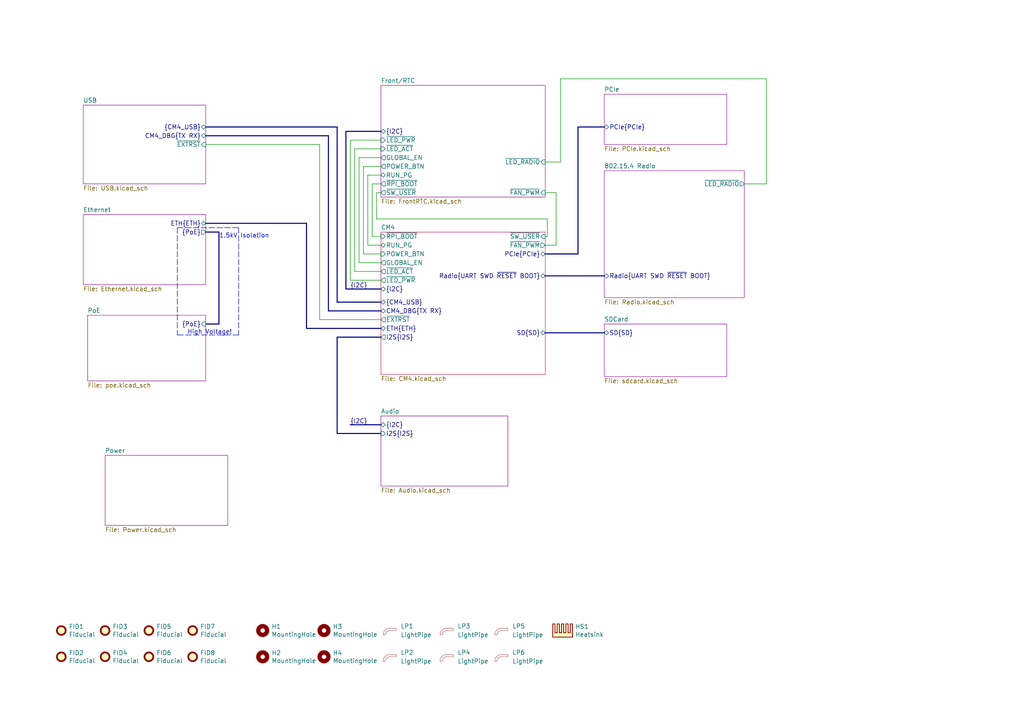
<source format=kicad_sch>
(kicad_sch (version 20210123) (generator eeschema)
  (paper "A4")
  (title_block (title "Overview") (date "2021-01-12") (rev "0.1") (company "Nabu Casa") (comment 1 "www.nabucasa.com") (comment 2 "Light Blue"))
  (lib_symbols
    (symbol "LightBlue:LightPipe" (pin_names (offset 1.016))
      (property "Reference" "LP" (at 0 4.445 0))
      (property "Value" "LightPipe" (at 0 2.54 0))
      (symbol "LightPipe_0_1"
        (arc (start 0 0) (end -1.27 -1.27) (radius (at 0 -1.27) (length 1.27) (angles 90 180)) (stroke (width 0.0006)))
        (arc (start 0 0.635) (end -1.905 -1.27) (radius (at 0 -1.27) (length 1.905) (angles 90 180)) (stroke (width 0.0006)))
        (polyline (pts (xy 0 0.635) (xy 1.905 0.635) (xy 1.905 0) (xy 0 0)) (stroke (width 0.0006)))
        (polyline (pts (xy -1.905 -1.27) (xy -1.27 -1.27)) (stroke (width 0.0006)))
      )
    )
    (symbol "Mechanical:Fiducial"
      (property "Reference" "FID" (at 0 5.08 0))
      (property "Value" "Fiducial" (at 0 3.175 0))
      (symbol "Fiducial_0_1"
        (circle (center 0 0) (radius 1.27) (stroke (width 0.508)) (fill (type background)))
      )
    )
    (symbol "Mechanical:Heatsink" (pin_names (offset 1.016))
      (property "Reference" "HS" (at 0 5.08 0))
      (property "Value" "Heatsink" (at 0 -1.27 0))
      (symbol "Heatsink_0_1"
        (polyline (pts (xy -0.3302 1.27) (xy -0.9652 1.27) (xy -0.9652 3.81) (xy -1.6002 3.81) (xy -1.6002 1.27) (xy -2.2352 1.27) (xy -2.2352 3.81) (xy -2.8702 3.81) (xy -2.8702 0) (xy -0.9652 0)) (stroke (width 0.254)) (fill (type background)))
        (polyline (pts (xy -0.3302 1.27) (xy -0.3302 3.81) (xy 0.3048 3.81) (xy 0.3048 1.27) (xy 0.9398 1.27) (xy 0.9398 3.81) (xy 1.5748 3.81) (xy 1.5748 1.27) (xy 2.2098 1.27) (xy 2.2098 3.81) (xy 2.8448 3.81) (xy 2.8448 0) (xy -0.9652 0)) (stroke (width 0.254)) (fill (type background)))
      )
    )
    (symbol "Mechanical:MountingHole" (pin_names (offset 1.016))
      (property "Reference" "H" (at 0 5.08 0))
      (property "Value" "MountingHole" (at 0 3.175 0))
      (symbol "MountingHole_0_1"
        (circle (center 0 0) (radius 1.27) (stroke (width 1.27)))
      )
    )
  )
  (wire (pts (xy 92.71 41.91) (xy 59.69 41.91)))
  (wire (pts (xy 92.71 92.71) (xy 92.71 41.91)))
  (wire (pts (xy 101.6 40.64) (xy 110.49 40.64)))
  (wire (pts (xy 101.6 81.28) (xy 101.6 40.64)))
  (wire (pts (xy 102.87 43.18) (xy 110.49 43.18)))
  (wire (pts (xy 102.87 78.74) (xy 102.87 43.18)))
  (wire (pts (xy 104.14 45.72) (xy 110.49 45.72)))
  (wire (pts (xy 104.14 76.2) (xy 104.14 45.72)))
  (wire (pts (xy 105.41 48.26) (xy 110.49 48.26)))
  (wire (pts (xy 105.41 73.66) (xy 105.41 48.26)))
  (wire (pts (xy 106.68 50.8) (xy 110.49 50.8)))
  (wire (pts (xy 106.68 71.12) (xy 106.68 50.8)))
  (wire (pts (xy 107.95 53.34) (xy 107.95 68.58)))
  (wire (pts (xy 107.95 53.34) (xy 110.49 53.34)))
  (wire (pts (xy 107.95 68.58) (xy 110.49 68.58)))
  (wire (pts (xy 109.22 55.88) (xy 109.22 63.5)))
  (wire (pts (xy 109.22 63.5) (xy 158.75 63.5)))
  (wire (pts (xy 110.49 55.88) (xy 109.22 55.88)))
  (wire (pts (xy 110.49 71.12) (xy 106.68 71.12)))
  (wire (pts (xy 110.49 73.66) (xy 105.41 73.66)))
  (wire (pts (xy 110.49 76.2) (xy 104.14 76.2)))
  (wire (pts (xy 110.49 78.74) (xy 102.87 78.74)))
  (wire (pts (xy 110.49 81.28) (xy 101.6 81.28)))
  (wire (pts (xy 110.49 92.71) (xy 92.71 92.71)))
  (wire (pts (xy 158.115 46.99) (xy 162.56 46.99)))
  (wire (pts (xy 158.115 71.12) (xy 161.29 71.12)))
  (wire (pts (xy 158.75 63.5) (xy 158.75 68.58)))
  (wire (pts (xy 158.75 68.58) (xy 158.115 68.58)))
  (wire (pts (xy 161.29 55.88) (xy 158.115 55.88)))
  (wire (pts (xy 161.29 71.12) (xy 161.29 55.88)))
  (wire (pts (xy 162.56 22.86) (xy 222.25 22.86)))
  (wire (pts (xy 162.56 46.99) (xy 162.56 22.86)))
  (wire (pts (xy 215.9 53.34) (xy 222.25 53.34)))
  (wire (pts (xy 222.25 22.86) (xy 222.25 53.34)))
  (bus (pts (xy 59.69 64.77) (xy 88.9 64.77)))
  (bus (pts (xy 59.69 67.31) (xy 63.5 67.31)))
  (bus (pts (xy 59.69 93.98) (xy 63.5 93.98)))
  (bus (pts (xy 63.5 67.31) (xy 63.5 93.98)))
  (bus (pts (xy 88.9 64.77) (xy 88.9 95.25)))
  (bus (pts (xy 95.25 39.37) (xy 59.69 39.37)))
  (bus (pts (xy 95.25 90.17) (xy 95.25 39.37)))
  (bus (pts (xy 97.79 36.83) (xy 59.69 36.83)))
  (bus (pts (xy 97.79 87.63) (xy 97.79 36.83)))
  (bus (pts (xy 97.79 97.79) (xy 97.79 125.73)))
  (bus (pts (xy 97.79 125.73) (xy 110.49 125.73)))
  (bus (pts (xy 100.33 38.1) (xy 100.33 83.82)))
  (bus (pts (xy 100.33 38.1) (xy 110.49 38.1)))
  (bus (pts (xy 100.33 83.82) (xy 110.49 83.82)))
  (bus (pts (xy 101.6 123.19) (xy 110.49 123.19)))
  (bus (pts (xy 110.49 87.63) (xy 97.79 87.63)))
  (bus (pts (xy 110.49 90.17) (xy 95.25 90.17)))
  (bus (pts (xy 110.49 95.25) (xy 88.9 95.25)))
  (bus (pts (xy 110.49 97.79) (xy 97.79 97.79)))
  (bus (pts (xy 158.115 73.66) (xy 167.64 73.66)))
  (bus (pts (xy 158.115 80.01) (xy 175.26 80.01)))
  (bus (pts (xy 158.115 96.52) (xy 175.26 96.52)))
  (bus (pts (xy 167.64 36.83) (xy 175.26 36.83)))
  (bus (pts (xy 167.64 73.66) (xy 167.64 36.83)))
  (polyline (pts (xy 51.435 66.04) (xy 51.435 97.155)) (stroke (width 0) (type dash)))
  (polyline (pts (xy 51.435 66.04) (xy 69.215 66.04)) (stroke (width 0) (type dash)))
  (polyline (pts (xy 69.215 66.04) (xy 69.215 97.155)) (stroke (width 0) (type dash)))
  (polyline (pts (xy 69.215 97.155) (xy 51.435 97.155)) (stroke (width 0) (type dash)))
  (text "High Voltage!" (at 67.31 97.155 180) (effects (font (size 1.27 1.27)) (justify right bottom)))
  (text "1.5kV Isolation" (at 78.105 69.215 180) (effects (font (size 1.27 1.27)) (justify right bottom)))
  (label "{I2C}" (at 101.6 83.82 0))
  (label "{I2C}" (at 101.6 123.19 0))
  (symbol (lib_id "LightBlue:LightPipe") (at 113.03 182.88 0) (unit 1)
    (property "Reference" "LP1" (at 116.205 181.61 0) (effects (justify left)))
    (property "Value" "LightPipe" (at 116.205 184.15 0) (effects (justify left)))
    (property "Footprint" "LightBlue:Lightpipe_Bivar-SLP3-150-100-F" (effects hide))
  )
  (symbol (lib_id "LightBlue:LightPipe") (at 113.03 190.5 0) (unit 1)
    (property "Reference" "LP2" (at 116.205 189.23 0) (effects (justify left)))
    (property "Value" "LightPipe" (at 116.205 191.77 0) (effects (justify left)))
    (property "Footprint" "LightBlue:Lightpipe_Bivar-SLP3-150-100-F" (effects hide))
  )
  (symbol (lib_id "LightBlue:LightPipe") (at 129.54 182.88 0) (unit 1)
    (property "Reference" "LP3" (at 132.715 181.61 0) (effects (justify left)))
    (property "Value" "LightPipe" (at 132.715 184.15 0) (effects (justify left)))
    (property "Footprint" "LightBlue:Lightpipe_Bivar-SLP3-150-100-F" (effects hide))
  )
  (symbol (lib_id "LightBlue:LightPipe") (at 129.54 190.5 0) (unit 1)
    (property "Reference" "LP4" (at 132.715 189.23 0) (effects (justify left)))
    (property "Value" "LightPipe" (at 132.715 191.77 0) (effects (justify left)))
    (property "Footprint" "LightBlue:Lightpipe_Bivar-SLP3-150-100-F" (effects hide))
  )
  (symbol (lib_id "LightBlue:LightPipe") (at 145.415 182.88 0) (unit 1)
    (property "Reference" "LP5" (at 148.59 181.61 0) (effects (justify left)))
    (property "Value" "LightPipe" (at 148.59 184.15 0) (effects (justify left)))
    (property "Footprint" "LightBlue:Lightpipe_Bivar-SLP3-150-100-F" (effects hide))
  )
  (symbol (lib_id "LightBlue:LightPipe") (at 145.415 190.5 0) (unit 1)
    (property "Reference" "LP6" (at 148.59 189.23 0) (effects (justify left)))
    (property "Value" "LightPipe" (at 148.59 191.77 0) (effects (justify left)))
    (property "Footprint" "LightBlue:Lightpipe_Bivar-SLP3-150-100-F" (effects hide))
  )
  (symbol (lib_id "Mechanical:Fiducial") (at 17.78 182.88 0) (unit 1) (in_bom no)
    (property "Reference" "FID1" (at 19.9391 181.7306 0) (effects (justify left)))
    (property "Value" "Fiducial" (at 19.9391 184.0293 0) (effects (justify left)))
    (property "Footprint" "Fiducial:Fiducial_1mm_Mask2mm" (effects hide))
  )
  (symbol (lib_id "Mechanical:Fiducial") (at 17.78 190.5 0) (unit 1) (in_bom no)
    (property "Reference" "FID2" (at 19.9391 189.3506 0) (effects (justify left)))
    (property "Value" "Fiducial" (at 19.9391 191.6493 0) (effects (justify left)))
    (property "Footprint" "Fiducial:Fiducial_1mm_Mask2mm" (effects hide))
  )
  (symbol (lib_id "Mechanical:Fiducial") (at 30.48 182.88 0) (unit 1) (in_bom no)
    (property "Reference" "FID3" (at 32.6391 181.7306 0) (effects (justify left)))
    (property "Value" "Fiducial" (at 32.6391 184.0293 0) (effects (justify left)))
    (property "Footprint" "Fiducial:Fiducial_1mm_Mask2mm" (effects hide))
  )
  (symbol (lib_id "Mechanical:Fiducial") (at 30.48 190.5 0) (unit 1) (in_bom no)
    (property "Reference" "FID4" (at 32.6391 189.3506 0) (effects (justify left)))
    (property "Value" "Fiducial" (at 32.6391 191.6493 0) (effects (justify left)))
    (property "Footprint" "Fiducial:Fiducial_1mm_Mask2mm" (effects hide))
  )
  (symbol (lib_id "Mechanical:Fiducial") (at 43.18 182.88 0) (unit 1) (in_bom no)
    (property "Reference" "FID5" (at 45.3391 181.7306 0) (effects (justify left)))
    (property "Value" "Fiducial" (at 45.3391 184.0293 0) (effects (justify left)))
    (property "Footprint" "Fiducial:Fiducial_1mm_Mask2mm" (effects hide))
  )
  (symbol (lib_id "Mechanical:Fiducial") (at 43.18 190.5 0) (unit 1) (in_bom no)
    (property "Reference" "FID6" (at 45.3391 189.3506 0) (effects (justify left)))
    (property "Value" "Fiducial" (at 45.3391 191.6493 0) (effects (justify left)))
    (property "Footprint" "Fiducial:Fiducial_1mm_Mask2mm" (effects hide))
  )
  (symbol (lib_id "Mechanical:Fiducial") (at 55.88 182.88 0) (unit 1) (in_bom no)
    (property "Reference" "FID7" (at 58.0391 181.7306 0) (effects (justify left)))
    (property "Value" "Fiducial" (at 58.0391 184.0293 0) (effects (justify left)))
    (property "Footprint" "Fiducial:Fiducial_1mm_Mask2mm" (effects hide))
  )
  (symbol (lib_id "Mechanical:Fiducial") (at 55.88 190.5 0) (unit 1) (in_bom no)
    (property "Reference" "FID8" (at 58.0391 189.3506 0) (effects (justify left)))
    (property "Value" "Fiducial" (at 58.0391 191.6493 0) (effects (justify left)))
    (property "Footprint" "Fiducial:Fiducial_1mm_Mask2mm" (effects hide))
  )
  (symbol (lib_id "Mechanical:MountingHole") (at 76.2 182.88 0) (unit 1) (in_bom no)
    (property "Reference" "H1" (at 78.7401 181.7306 0) (effects (justify left)))
    (property "Value" "MountingHole" (at 78.7401 184.0293 0) (effects (justify left)))
    (property "Footprint" "MountingHole:MountingHole_2.7mm_M2.5" (effects hide))
  )
  (symbol (lib_id "Mechanical:MountingHole") (at 76.2 190.5 0) (unit 1) (in_bom no)
    (property "Reference" "H2" (at 78.7401 189.3506 0) (effects (justify left)))
    (property "Value" "MountingHole" (at 78.7401 191.6493 0) (effects (justify left)))
    (property "Footprint" "MountingHole:MountingHole_2.7mm_M2.5" (effects hide))
  )
  (symbol (lib_id "Mechanical:MountingHole") (at 93.98 182.88 0) (unit 1) (in_bom no)
    (property "Reference" "H3" (at 96.5201 181.7306 0) (effects (justify left)))
    (property "Value" "MountingHole" (at 96.5201 184.0293 0) (effects (justify left)))
    (property "Footprint" "MountingHole:MountingHole_2.7mm_M2.5" (effects hide))
  )
  (symbol (lib_id "Mechanical:MountingHole") (at 93.98 190.5 0) (unit 1) (in_bom no)
    (property "Reference" "H4" (at 96.5201 189.3506 0) (effects (justify left)))
    (property "Value" "MountingHole" (at 96.5201 191.6493 0) (effects (justify left)))
    (property "Footprint" "MountingHole:MountingHole_2.7mm_M2.5" (effects hide))
  )
  (symbol (lib_id "Mechanical:Heatsink") (at 163.195 184.785 0) (unit 1)
    (property "Reference" "HS1" (at 166.8019 181.7306 0) (effects (justify left)))
    (property "Value" "Heatsink" (at 166.8019 184.0293 0) (effects (justify left)))
    (property "Footprint" "LightBlue:Heatsink_60x60mm_2xFixation3.2mm" (effects hide))
  )
  (sheet (at 175.26 49.53) (size 40.64 36.83) (stroke (width 0.001) (color 132 0 132 1)) (fill (color 255 255 255 0.0000))
    (property "Sheet name" "802.15.4 Radio" (at 175.26 48.8941 0) (effects (justify left bottom)))
    (property "Sheet file" "Radio.kicad_sch" (at 175.26 86.8689 0) (effects (justify left top)))
    (pin "~LED_RADIO" output (at 215.9 53.34 0))
    (pin "Radio{UART SWD ~RESET BOOT}" bidirectional (at 175.26 80.01 180))
  )
  (sheet (at 110.49 120.65) (size 36.83 20.32) (stroke (width 0.001) (color 132 0 132 1)) (fill (color 255 255 255 0.0000))
    (property "Sheet name" "Audio" (at 110.49 120.0141 0) (effects (justify left bottom)))
    (property "Sheet file" "Audio.kicad_sch" (at 110.49 141.4789 0) (effects (justify left top)))
    (pin "{I2C}" bidirectional (at 110.49 123.19 180))
    (pin "I2S{I2S}" input (at 110.49 125.73 180))
  )
  (sheet (at 110.49 67.31) (size 47.625 41.275) (stroke (width 0.001) (color 187 17 66 1)) (fill (color 255 255 255 0.0000))
    (property "Sheet name" "CM4" (at 110.49 66.6741 0) (effects (justify left bottom)))
    (property "Sheet file" "CM4.kicad_sch" (at 110.49 109.0939 0) (effects (justify left top)))
    (pin "ETH{ETH}" bidirectional (at 110.49 95.25 180))
    (pin "{CM4_USB}" bidirectional (at 110.49 87.63 180))
    (pin "PCIe{PCIe}" bidirectional (at 158.115 73.66 0))
    (pin "{I2C}" bidirectional (at 110.49 83.82 180))
    (pin "CM4_DBG{TX RX}" bidirectional (at 110.49 90.17 180))
    (pin "I2S{I2S}" output (at 110.49 97.79 180))
    (pin "~EXTRST" output (at 110.49 92.71 180))
    (pin "SD{SD}" bidirectional (at 158.115 96.52 0))
    (pin "GLOBAL_EN" output (at 110.49 76.2 180))
    (pin "RUN_PG" bidirectional (at 110.49 71.12 180))
    (pin "POWER_BTN" input (at 110.49 73.66 180))
    (pin "~RPI_BOOT" input (at 110.49 68.58 180))
    (pin "~LED_PWR" output (at 110.49 81.28 180))
    (pin "~LED_ACT" output (at 110.49 78.74 180))
    (pin "~FAN_PWM" output (at 158.115 71.12 0))
    (pin "Radio{UART SWD ~RESET BOOT}" bidirectional (at 158.115 80.01 0))
    (pin "~SW_USER" input (at 158.115 68.58 0))
  )
  (sheet (at 24.13 62.23) (size 35.56 20.32) (stroke (width 0.001) (color 132 0 132 1)) (fill (color 255 255 255 0.0000))
    (property "Sheet name" "Ethernet" (at 24.13 61.5941 0) (effects (justify left bottom)))
    (property "Sheet file" "Ethernet.kicad_sch" (at 24.13 83.0589 0) (effects (justify left top)))
    (pin "ETH{ETH}" bidirectional (at 59.69 64.77 0))
    (pin "{PoE}" output (at 59.69 67.31 0))
  )
  (sheet (at 110.49 24.765) (size 47.625 32.385) (stroke (width 0.001) (color 132 0 132 1)) (fill (color 255 255 255 0.0000))
    (property "Sheet name" "Front/RTC" (at 110.49 24.1291 0) (effects (justify left bottom)))
    (property "Sheet file" "FrontRTC.kicad_sch" (at 110.49 57.6589 0) (effects (justify left top)))
    (pin "RUN_PG" bidirectional (at 110.49 50.8 180))
    (pin "GLOBAL_EN" output (at 110.49 45.72 180))
    (pin "{I2C}" bidirectional (at 110.49 38.1 180))
    (pin "POWER_BTN" output (at 110.49 48.26 180))
    (pin "~LED_PWR" input (at 110.49 40.64 180))
    (pin "~FAN_PWM" input (at 158.115 55.88 0))
    (pin "~LED_RADIO" input (at 158.115 46.99 0))
    (pin "~RPI_BOOT" output (at 110.49 53.34 180))
    (pin "~LED_ACT" input (at 110.49 43.18 180))
    (pin "~SW_USER" output (at 110.49 55.88 180))
  )
  (sheet (at 175.26 27.305) (size 35.56 14.605) (stroke (width 0.001) (color 132 0 132 1)) (fill (color 255 255 255 0.0000))
    (property "Sheet name" "PCIe" (at 175.26 26.6691 0) (effects (justify left bottom)))
    (property "Sheet file" "PCIe.kicad_sch" (at 175.26 42.4189 0) (effects (justify left top)))
    (pin "PCIe{PCIe}" bidirectional (at 175.26 36.83 180))
  )
  (sheet (at 25.4 91.44) (size 34.29 19.05) (stroke (width 0.001) (color 132 0 132 1)) (fill (color 255 255 255 0.0000))
    (property "Sheet name" "PoE" (at 25.4 90.8041 0) (effects (justify left bottom)))
    (property "Sheet file" "poe.kicad_sch" (at 25.4 110.9989 0) (effects (justify left top)))
    (pin "{PoE}" input (at 59.69 93.98 0))
  )
  (sheet (at 30.48 132.08) (size 35.56 20.32) (stroke (width 0.001) (color 132 0 132 1)) (fill (color 255 255 255 0.0000))
    (property "Sheet name" "Power" (at 30.48 131.4441 0) (effects (justify left bottom)))
    (property "Sheet file" "Power.kicad_sch" (at 30.48 152.9089 0) (effects (justify left top)))
  )
  (sheet (at 175.26 93.98) (size 35.56 15.24) (stroke (width 0.001) (color 132 0 132 1)) (fill (color 255 255 255 0.0000))
    (property "Sheet name" "SDCard" (at 175.26 93.3441 0) (effects (justify left bottom)))
    (property "Sheet file" "sdcard.kicad_sch" (at 175.26 109.7289 0) (effects (justify left top)))
    (pin "SD{SD}" bidirectional (at 175.26 96.52 180))
  )
  (sheet (at 24.13 30.48) (size 35.56 22.86) (stroke (width 0.001) (color 132 0 132 1)) (fill (color 255 255 255 0.0000))
    (property "Sheet name" "USB" (at 24.13 29.8441 0) (effects (justify left bottom)))
    (property "Sheet file" "USB.kicad_sch" (at 24.13 53.8489 0) (effects (justify left top)))
    (pin "{CM4_USB}" bidirectional (at 59.69 36.83 0))
    (pin "CM4_DBG{TX RX}" bidirectional (at 59.69 39.37 0))
    (pin "~EXTRST" input (at 59.69 41.91 0))
  )
)
</source>
